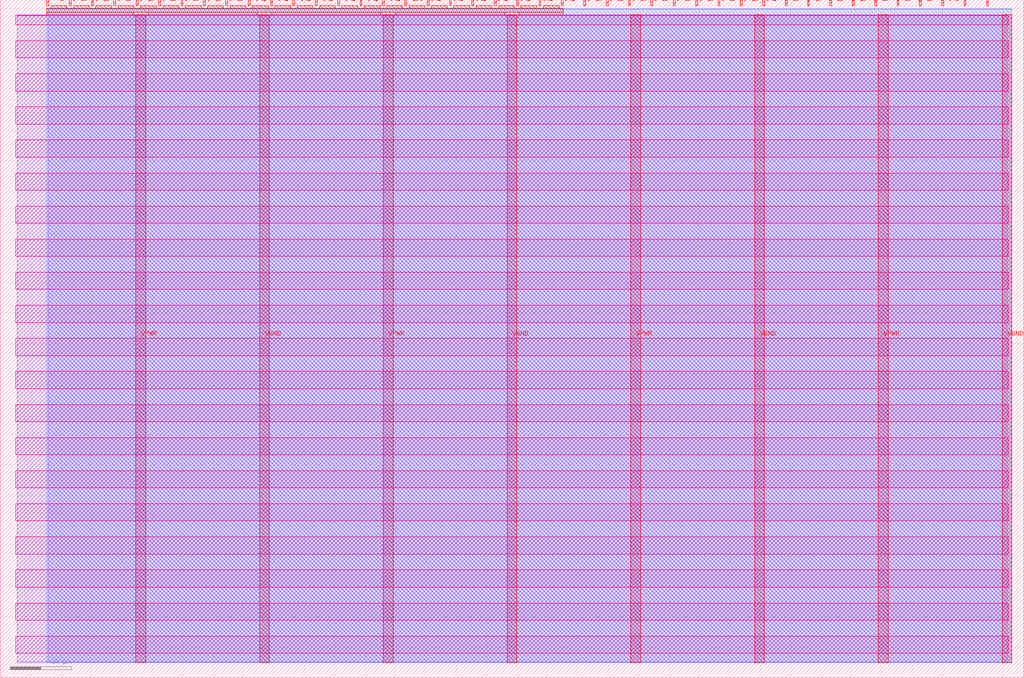
<source format=lef>
VERSION 5.7 ;
  NOWIREEXTENSIONATPIN ON ;
  DIVIDERCHAR "/" ;
  BUSBITCHARS "[]" ;
MACRO tt_um_priority_decoder_Juan_Garcial
  CLASS BLOCK ;
  FOREIGN tt_um_priority_decoder_Juan_Garcial ;
  ORIGIN 0.000 0.000 ;
  SIZE 168.360 BY 111.520 ;
  PIN VGND
    DIRECTION INOUT ;
    USE GROUND ;
    PORT
      LAYER met4 ;
        RECT 42.670 2.480 44.270 109.040 ;
    END
    PORT
      LAYER met4 ;
        RECT 83.380 2.480 84.980 109.040 ;
    END
    PORT
      LAYER met4 ;
        RECT 124.090 2.480 125.690 109.040 ;
    END
    PORT
      LAYER met4 ;
        RECT 164.800 2.480 166.400 109.040 ;
    END
  END VGND
  PIN VPWR
    DIRECTION INOUT ;
    USE POWER ;
    PORT
      LAYER met4 ;
        RECT 22.315 2.480 23.915 109.040 ;
    END
    PORT
      LAYER met4 ;
        RECT 63.025 2.480 64.625 109.040 ;
    END
    PORT
      LAYER met4 ;
        RECT 103.735 2.480 105.335 109.040 ;
    END
    PORT
      LAYER met4 ;
        RECT 144.445 2.480 146.045 109.040 ;
    END
  END VPWR
  PIN clk
    DIRECTION INPUT ;
    USE SIGNAL ;
    PORT
      LAYER met4 ;
        RECT 158.550 110.520 158.850 111.520 ;
    END
  END clk
  PIN ena
    DIRECTION INPUT ;
    USE SIGNAL ;
    PORT
      LAYER met4 ;
        RECT 162.230 110.520 162.530 111.520 ;
    END
  END ena
  PIN rst_n
    DIRECTION INPUT ;
    USE SIGNAL ;
    PORT
      LAYER met4 ;
        RECT 154.870 110.520 155.170 111.520 ;
    END
  END rst_n
  PIN ui_in[0]
    DIRECTION INPUT ;
    USE SIGNAL ;
    PORT
      LAYER met4 ;
        RECT 151.190 110.520 151.490 111.520 ;
    END
  END ui_in[0]
  PIN ui_in[1]
    DIRECTION INPUT ;
    USE SIGNAL ;
    PORT
      LAYER met4 ;
        RECT 147.510 110.520 147.810 111.520 ;
    END
  END ui_in[1]
  PIN ui_in[2]
    DIRECTION INPUT ;
    USE SIGNAL ;
    PORT
      LAYER met4 ;
        RECT 143.830 110.520 144.130 111.520 ;
    END
  END ui_in[2]
  PIN ui_in[3]
    DIRECTION INPUT ;
    USE SIGNAL ;
    PORT
      LAYER met4 ;
        RECT 140.150 110.520 140.450 111.520 ;
    END
  END ui_in[3]
  PIN ui_in[4]
    DIRECTION INPUT ;
    USE SIGNAL ;
    PORT
      LAYER met4 ;
        RECT 136.470 110.520 136.770 111.520 ;
    END
  END ui_in[4]
  PIN ui_in[5]
    DIRECTION INPUT ;
    USE SIGNAL ;
    PORT
      LAYER met4 ;
        RECT 132.790 110.520 133.090 111.520 ;
    END
  END ui_in[5]
  PIN ui_in[6]
    DIRECTION INPUT ;
    USE SIGNAL ;
    PORT
      LAYER met4 ;
        RECT 129.110 110.520 129.410 111.520 ;
    END
  END ui_in[6]
  PIN ui_in[7]
    DIRECTION INPUT ;
    USE SIGNAL ;
    PORT
      LAYER met4 ;
        RECT 125.430 110.520 125.730 111.520 ;
    END
  END ui_in[7]
  PIN uio_in[0]
    DIRECTION INPUT ;
    USE SIGNAL ;
    PORT
      LAYER met4 ;
        RECT 121.750 110.520 122.050 111.520 ;
    END
  END uio_in[0]
  PIN uio_in[1]
    DIRECTION INPUT ;
    USE SIGNAL ;
    PORT
      LAYER met4 ;
        RECT 118.070 110.520 118.370 111.520 ;
    END
  END uio_in[1]
  PIN uio_in[2]
    DIRECTION INPUT ;
    USE SIGNAL ;
    PORT
      LAYER met4 ;
        RECT 114.390 110.520 114.690 111.520 ;
    END
  END uio_in[2]
  PIN uio_in[3]
    DIRECTION INPUT ;
    USE SIGNAL ;
    PORT
      LAYER met4 ;
        RECT 110.710 110.520 111.010 111.520 ;
    END
  END uio_in[3]
  PIN uio_in[4]
    DIRECTION INPUT ;
    USE SIGNAL ;
    PORT
      LAYER met4 ;
        RECT 107.030 110.520 107.330 111.520 ;
    END
  END uio_in[4]
  PIN uio_in[5]
    DIRECTION INPUT ;
    USE SIGNAL ;
    PORT
      LAYER met4 ;
        RECT 103.350 110.520 103.650 111.520 ;
    END
  END uio_in[5]
  PIN uio_in[6]
    DIRECTION INPUT ;
    USE SIGNAL ;
    PORT
      LAYER met4 ;
        RECT 99.670 110.520 99.970 111.520 ;
    END
  END uio_in[6]
  PIN uio_in[7]
    DIRECTION INPUT ;
    USE SIGNAL ;
    PORT
      LAYER met4 ;
        RECT 95.990 110.520 96.290 111.520 ;
    END
  END uio_in[7]
  PIN uio_oe[0]
    DIRECTION OUTPUT TRISTATE ;
    USE SIGNAL ;
    PORT
      LAYER met4 ;
        RECT 33.430 110.520 33.730 111.520 ;
    END
  END uio_oe[0]
  PIN uio_oe[1]
    DIRECTION OUTPUT TRISTATE ;
    USE SIGNAL ;
    PORT
      LAYER met4 ;
        RECT 29.750 110.520 30.050 111.520 ;
    END
  END uio_oe[1]
  PIN uio_oe[2]
    DIRECTION OUTPUT TRISTATE ;
    USE SIGNAL ;
    PORT
      LAYER met4 ;
        RECT 26.070 110.520 26.370 111.520 ;
    END
  END uio_oe[2]
  PIN uio_oe[3]
    DIRECTION OUTPUT TRISTATE ;
    USE SIGNAL ;
    PORT
      LAYER met4 ;
        RECT 22.390 110.520 22.690 111.520 ;
    END
  END uio_oe[3]
  PIN uio_oe[4]
    DIRECTION OUTPUT TRISTATE ;
    USE SIGNAL ;
    PORT
      LAYER met4 ;
        RECT 18.710 110.520 19.010 111.520 ;
    END
  END uio_oe[4]
  PIN uio_oe[5]
    DIRECTION OUTPUT TRISTATE ;
    USE SIGNAL ;
    PORT
      LAYER met4 ;
        RECT 15.030 110.520 15.330 111.520 ;
    END
  END uio_oe[5]
  PIN uio_oe[6]
    DIRECTION OUTPUT TRISTATE ;
    USE SIGNAL ;
    PORT
      LAYER met4 ;
        RECT 11.350 110.520 11.650 111.520 ;
    END
  END uio_oe[6]
  PIN uio_oe[7]
    DIRECTION OUTPUT TRISTATE ;
    USE SIGNAL ;
    PORT
      LAYER met4 ;
        RECT 7.670 110.520 7.970 111.520 ;
    END
  END uio_oe[7]
  PIN uio_out[0]
    DIRECTION OUTPUT TRISTATE ;
    USE SIGNAL ;
    PORT
      LAYER met4 ;
        RECT 62.870 110.520 63.170 111.520 ;
    END
  END uio_out[0]
  PIN uio_out[1]
    DIRECTION OUTPUT TRISTATE ;
    USE SIGNAL ;
    PORT
      LAYER met4 ;
        RECT 59.190 110.520 59.490 111.520 ;
    END
  END uio_out[1]
  PIN uio_out[2]
    DIRECTION OUTPUT TRISTATE ;
    USE SIGNAL ;
    PORT
      LAYER met4 ;
        RECT 55.510 110.520 55.810 111.520 ;
    END
  END uio_out[2]
  PIN uio_out[3]
    DIRECTION OUTPUT TRISTATE ;
    USE SIGNAL ;
    PORT
      LAYER met4 ;
        RECT 51.830 110.520 52.130 111.520 ;
    END
  END uio_out[3]
  PIN uio_out[4]
    DIRECTION OUTPUT TRISTATE ;
    USE SIGNAL ;
    PORT
      LAYER met4 ;
        RECT 48.150 110.520 48.450 111.520 ;
    END
  END uio_out[4]
  PIN uio_out[5]
    DIRECTION OUTPUT TRISTATE ;
    USE SIGNAL ;
    PORT
      LAYER met4 ;
        RECT 44.470 110.520 44.770 111.520 ;
    END
  END uio_out[5]
  PIN uio_out[6]
    DIRECTION OUTPUT TRISTATE ;
    USE SIGNAL ;
    PORT
      LAYER met4 ;
        RECT 40.790 110.520 41.090 111.520 ;
    END
  END uio_out[6]
  PIN uio_out[7]
    DIRECTION OUTPUT TRISTATE ;
    USE SIGNAL ;
    PORT
      LAYER met4 ;
        RECT 37.110 110.520 37.410 111.520 ;
    END
  END uio_out[7]
  PIN uo_out[0]
    DIRECTION OUTPUT TRISTATE ;
    USE SIGNAL ;
    PORT
      LAYER met4 ;
        RECT 92.310 110.520 92.610 111.520 ;
    END
  END uo_out[0]
  PIN uo_out[1]
    DIRECTION OUTPUT TRISTATE ;
    USE SIGNAL ;
    PORT
      LAYER met4 ;
        RECT 88.630 110.520 88.930 111.520 ;
    END
  END uo_out[1]
  PIN uo_out[2]
    DIRECTION OUTPUT TRISTATE ;
    USE SIGNAL ;
    PORT
      LAYER met4 ;
        RECT 84.950 110.520 85.250 111.520 ;
    END
  END uo_out[2]
  PIN uo_out[3]
    DIRECTION OUTPUT TRISTATE ;
    USE SIGNAL ;
    PORT
      LAYER met4 ;
        RECT 81.270 110.520 81.570 111.520 ;
    END
  END uo_out[3]
  PIN uo_out[4]
    DIRECTION OUTPUT TRISTATE ;
    USE SIGNAL ;
    PORT
      LAYER met4 ;
        RECT 77.590 110.520 77.890 111.520 ;
    END
  END uo_out[4]
  PIN uo_out[5]
    DIRECTION OUTPUT TRISTATE ;
    USE SIGNAL ;
    PORT
      LAYER met4 ;
        RECT 73.910 110.520 74.210 111.520 ;
    END
  END uo_out[5]
  PIN uo_out[6]
    DIRECTION OUTPUT TRISTATE ;
    USE SIGNAL ;
    PORT
      LAYER met4 ;
        RECT 70.230 110.520 70.530 111.520 ;
    END
  END uo_out[6]
  PIN uo_out[7]
    DIRECTION OUTPUT TRISTATE ;
    USE SIGNAL ;
    PORT
      LAYER met4 ;
        RECT 66.550 110.520 66.850 111.520 ;
    END
  END uo_out[7]
  OBS
      LAYER nwell ;
        RECT 2.570 107.385 165.790 108.990 ;
        RECT 2.570 101.945 165.790 104.775 ;
        RECT 2.570 96.505 165.790 99.335 ;
        RECT 2.570 91.065 165.790 93.895 ;
        RECT 2.570 85.625 165.790 88.455 ;
        RECT 2.570 80.185 165.790 83.015 ;
        RECT 2.570 74.745 165.790 77.575 ;
        RECT 2.570 69.305 165.790 72.135 ;
        RECT 2.570 63.865 165.790 66.695 ;
        RECT 2.570 58.425 165.790 61.255 ;
        RECT 2.570 52.985 165.790 55.815 ;
        RECT 2.570 47.545 165.790 50.375 ;
        RECT 2.570 42.105 165.790 44.935 ;
        RECT 2.570 36.665 165.790 39.495 ;
        RECT 2.570 31.225 165.790 34.055 ;
        RECT 2.570 25.785 165.790 28.615 ;
        RECT 2.570 20.345 165.790 23.175 ;
        RECT 2.570 14.905 165.790 17.735 ;
        RECT 2.570 9.465 165.790 12.295 ;
        RECT 2.570 4.025 165.790 6.855 ;
      LAYER li1 ;
        RECT 2.760 2.635 165.600 108.885 ;
      LAYER met1 ;
        RECT 2.760 2.480 166.400 109.040 ;
      LAYER met2 ;
        RECT 7.910 2.535 166.370 110.005 ;
      LAYER met3 ;
        RECT 7.630 2.555 166.390 109.985 ;
      LAYER met4 ;
        RECT 8.370 110.120 10.950 110.520 ;
        RECT 12.050 110.120 14.630 110.520 ;
        RECT 15.730 110.120 18.310 110.520 ;
        RECT 19.410 110.120 21.990 110.520 ;
        RECT 23.090 110.120 25.670 110.520 ;
        RECT 26.770 110.120 29.350 110.520 ;
        RECT 30.450 110.120 33.030 110.520 ;
        RECT 34.130 110.120 36.710 110.520 ;
        RECT 37.810 110.120 40.390 110.520 ;
        RECT 41.490 110.120 44.070 110.520 ;
        RECT 45.170 110.120 47.750 110.520 ;
        RECT 48.850 110.120 51.430 110.520 ;
        RECT 52.530 110.120 55.110 110.520 ;
        RECT 56.210 110.120 58.790 110.520 ;
        RECT 59.890 110.120 62.470 110.520 ;
        RECT 63.570 110.120 66.150 110.520 ;
        RECT 67.250 110.120 69.830 110.520 ;
        RECT 70.930 110.120 73.510 110.520 ;
        RECT 74.610 110.120 77.190 110.520 ;
        RECT 78.290 110.120 80.870 110.520 ;
        RECT 81.970 110.120 84.550 110.520 ;
        RECT 85.650 110.120 88.230 110.520 ;
        RECT 89.330 110.120 91.910 110.520 ;
        RECT 7.655 109.440 92.625 110.120 ;
        RECT 7.655 108.975 21.915 109.440 ;
        RECT 24.315 108.975 42.270 109.440 ;
        RECT 44.670 108.975 62.625 109.440 ;
        RECT 65.025 108.975 82.980 109.440 ;
        RECT 85.380 108.975 92.625 109.440 ;
  END
END tt_um_priority_decoder_Juan_Garcial
END LIBRARY


</source>
